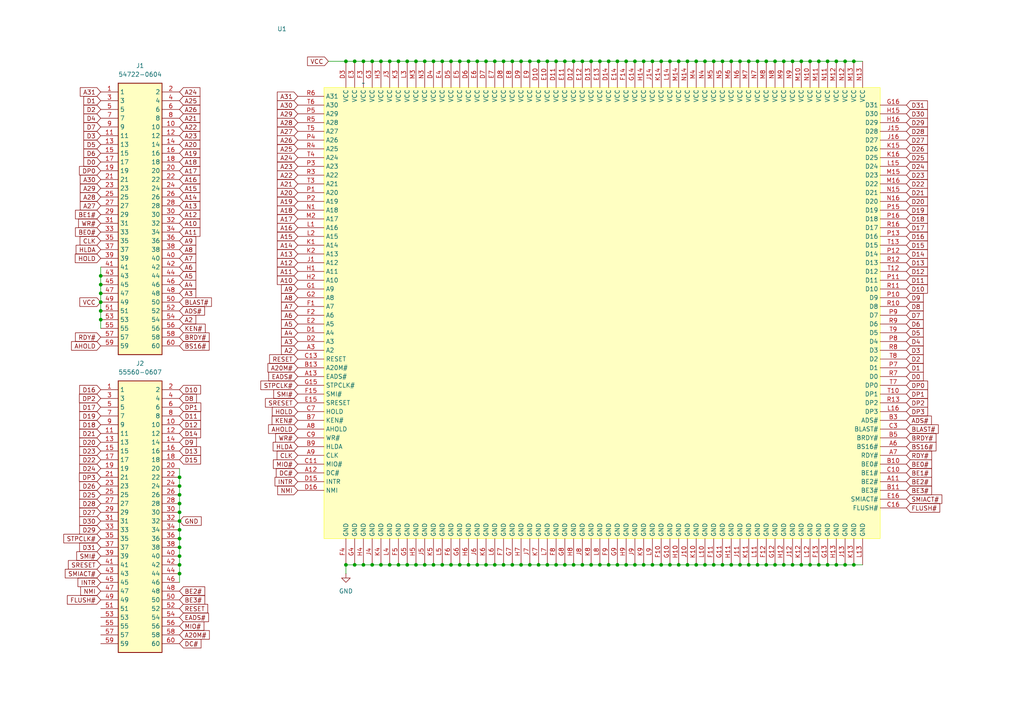
<source format=kicad_sch>
(kicad_sch (version 20250114) (generator "eeschema") (generator_version "9.0")
  (paper "A4")
  (junction (at 143.51 17.78))
  (junction (at 196.85 17.78))
  (junction (at 52.07 153.67))
  (junction (at 29.21 90.17))
  (junction (at 163.83 163.83))
  (junction (at 29.21 82.55))
  (junction (at 29.21 92.71))
  (junction (at 120.65 17.78))
  (junction (at 222.25 17.78))
  (junction (at 186.69 163.83))
  (junction (at 107.95 163.83))
  (junction (at 214.63 17.78))
  (junction (at 123.19 163.83))
  (junction (at 29.21 85.09))
  (junction (at 234.95 17.78))
  (junction (at 125.73 17.78))
  (junction (at 217.17 163.83))
  (junction (at 186.69 17.78))
  (junction (at 196.85 163.83))
  (junction (at 107.95 17.78))
  (junction (at 148.59 163.83))
  (junction (at 227.33 163.83))
  (junction (at 52.07 156.21))
  (junction (at 247.65 17.78))
  (junction (at 234.95 163.83))
  (junction (at 105.41 163.83))
  (junction (at 184.15 163.83))
  (junction (at 207.01 163.83))
  (junction (at 143.51 163.83))
  (junction (at 156.21 163.83))
  (junction (at 120.65 163.83))
  (junction (at 29.21 87.63))
  (junction (at 113.03 163.83))
  (junction (at 199.39 17.78))
  (junction (at 219.71 163.83))
  (junction (at 153.67 17.78))
  (junction (at 115.57 163.83))
  (junction (at 158.75 17.78))
  (junction (at 100.33 163.83))
  (junction (at 224.79 163.83))
  (junction (at 242.57 163.83))
  (junction (at 105.41 17.78))
  (junction (at 123.19 17.78))
  (junction (at 191.77 163.83))
  (junction (at 52.07 161.29))
  (junction (at 219.71 17.78))
  (junction (at 133.35 17.78))
  (junction (at 212.09 17.78))
  (junction (at 148.59 17.78))
  (junction (at 222.25 163.83))
  (junction (at 102.87 163.83))
  (junction (at 229.87 163.83))
  (junction (at 240.03 17.78))
  (junction (at 201.93 17.78))
  (junction (at 176.53 163.83))
  (junction (at 130.81 17.78))
  (junction (at 237.49 17.78))
  (junction (at 140.97 163.83))
  (junction (at 189.23 17.78))
  (junction (at 52.07 158.75))
  (junction (at 166.37 163.83))
  (junction (at 128.27 17.78))
  (junction (at 130.81 163.83))
  (junction (at 199.39 163.83))
  (junction (at 173.99 163.83))
  (junction (at 207.01 17.78))
  (junction (at 212.09 163.83))
  (junction (at 176.53 17.78))
  (junction (at 217.17 17.78))
  (junction (at 209.55 17.78))
  (junction (at 166.37 17.78))
  (junction (at 110.49 17.78))
  (junction (at 179.07 17.78))
  (junction (at 194.31 17.78))
  (junction (at 171.45 163.83))
  (junction (at 173.99 17.78))
  (junction (at 232.41 17.78))
  (junction (at 133.35 163.83))
  (junction (at 209.55 163.83))
  (junction (at 52.07 163.83))
  (junction (at 29.21 80.01))
  (junction (at 229.87 17.78))
  (junction (at 52.07 143.51))
  (junction (at 181.61 17.78))
  (junction (at 247.65 163.83))
  (junction (at 179.07 163.83))
  (junction (at 163.83 17.78))
  (junction (at 118.11 163.83))
  (junction (at 125.73 163.83))
  (junction (at 184.15 17.78))
  (junction (at 100.33 17.78))
  (junction (at 52.07 148.59))
  (junction (at 194.31 163.83))
  (junction (at 118.11 17.78))
  (junction (at 214.63 163.83))
  (junction (at 52.07 166.37))
  (junction (at 227.33 17.78))
  (junction (at 204.47 17.78))
  (junction (at 168.91 17.78))
  (junction (at 245.11 163.83))
  (junction (at 171.45 17.78))
  (junction (at 156.21 17.78))
  (junction (at 113.03 17.78))
  (junction (at 158.75 163.83))
  (junction (at 135.89 17.78))
  (junction (at 135.89 163.83))
  (junction (at 191.77 17.78))
  (junction (at 240.03 163.83))
  (junction (at 128.27 163.83))
  (junction (at 201.93 163.83))
  (junction (at 115.57 17.78))
  (junction (at 189.23 163.83))
  (junction (at 146.05 17.78))
  (junction (at 161.29 17.78))
  (junction (at 181.61 163.83))
  (junction (at 153.67 163.83))
  (junction (at 232.41 163.83))
  (junction (at 52.07 138.43))
  (junction (at 52.07 140.97))
  (junction (at 52.07 146.05))
  (junction (at 138.43 17.78))
  (junction (at 224.79 17.78))
  (junction (at 102.87 17.78))
  (junction (at 110.49 163.83))
  (junction (at 237.49 163.83))
  (junction (at 52.07 151.13))
  (junction (at 138.43 163.83))
  (junction (at 151.13 163.83))
  (junction (at 161.29 163.83))
  (junction (at 140.97 17.78))
  (junction (at 146.05 163.83))
  (junction (at 242.57 17.78))
  (junction (at 168.91 163.83))
  (junction (at 204.47 163.83))
  (junction (at 245.11 17.78))
  (junction (at 151.13 17.78))
  (wire (pts (xy 158.75 17.78) (xy 161.29 17.78)))
  (wire (pts (xy 234.95 17.78) (xy 237.49 17.78)))
  (wire (pts (xy 105.41 17.78) (xy 107.95 17.78)))
  (wire (pts (xy 143.51 163.83) (xy 146.05 163.83)))
  (wire (pts (xy 138.43 163.83) (xy 140.97 163.83)))
  (wire (pts (xy 125.73 17.78) (xy 128.27 17.78)))
  (wire (pts (xy 120.65 17.78) (xy 123.19 17.78)))
  (wire (pts (xy 110.49 163.83) (xy 113.03 163.83)))
  (wire (pts (xy 29.21 92.71) (xy 29.21 95.25)))
  (wire (pts (xy 171.45 17.78) (xy 173.99 17.78)))
  (wire (pts (xy 29.21 77.47) (xy 29.21 80.01)))
  (wire (pts (xy 115.57 17.78) (xy 118.11 17.78)))
  (wire (pts (xy 245.11 17.78) (xy 247.65 17.78)))
  (wire (pts (xy 100.33 163.83) (xy 100.33 166.37)))
  (wire (pts (xy 166.37 17.78) (xy 168.91 17.78)))
  (wire (pts (xy 204.47 17.78) (xy 207.01 17.78)))
  (wire (pts (xy 242.57 17.78) (xy 245.11 17.78)))
  (wire (pts (xy 247.65 163.83) (xy 250.19 163.83)))
  (wire (pts (xy 227.33 17.78) (xy 229.87 17.78)))
  (wire (pts (xy 207.01 17.78) (xy 209.55 17.78)))
  (wire (pts (xy 52.07 166.37) (xy 52.07 168.91)))
  (wire (pts (xy 140.97 163.83) (xy 143.51 163.83)))
  (wire (pts (xy 173.99 163.83) (xy 176.53 163.83)))
  (wire (pts (xy 158.75 163.83) (xy 161.29 163.83)))
  (wire (pts (xy 128.27 163.83) (xy 130.81 163.83)))
  (wire (pts (xy 161.29 163.83) (xy 163.83 163.83)))
  (wire (pts (xy 186.69 163.83) (xy 189.23 163.83)))
  (wire (pts (xy 52.07 161.29) (xy 52.07 163.83)))
  (wire (pts (xy 201.93 17.78) (xy 204.47 17.78)))
  (wire (pts (xy 148.59 163.83) (xy 151.13 163.83)))
  (wire (pts (xy 176.53 17.78) (xy 179.07 17.78)))
  (wire (pts (xy 207.01 163.83) (xy 209.55 163.83)))
  (wire (pts (xy 102.87 17.78) (xy 105.41 17.78)))
  (wire (pts (xy 234.95 163.83) (xy 237.49 163.83)))
  (wire (pts (xy 204.47 163.83) (xy 207.01 163.83)))
  (wire (pts (xy 224.79 17.78) (xy 227.33 17.78)))
  (wire (pts (xy 29.21 80.01) (xy 29.21 82.55)))
  (wire (pts (xy 181.61 163.83) (xy 184.15 163.83)))
  (wire (pts (xy 232.41 163.83) (xy 234.95 163.83)))
  (wire (pts (xy 163.83 163.83) (xy 166.37 163.83)))
  (wire (pts (xy 179.07 163.83) (xy 181.61 163.83)))
  (wire (pts (xy 219.71 17.78) (xy 222.25 17.78)))
  (wire (pts (xy 163.83 17.78) (xy 166.37 17.78)))
  (wire (pts (xy 222.25 17.78) (xy 224.79 17.78)))
  (wire (pts (xy 151.13 163.83) (xy 153.67 163.83)))
  (wire (pts (xy 184.15 17.78) (xy 186.69 17.78)))
  (wire (pts (xy 153.67 17.78) (xy 156.21 17.78)))
  (wire (pts (xy 176.53 163.83) (xy 179.07 163.83)))
  (wire (pts (xy 29.21 90.17) (xy 29.21 92.71)))
  (wire (pts (xy 171.45 163.83) (xy 173.99 163.83)))
  (wire (pts (xy 245.11 163.83) (xy 247.65 163.83)))
  (wire (pts (xy 237.49 17.78) (xy 240.03 17.78)))
  (wire (pts (xy 52.07 156.21) (xy 52.07 158.75)))
  (wire (pts (xy 181.61 17.78) (xy 184.15 17.78)))
  (wire (pts (xy 102.87 163.83) (xy 105.41 163.83)))
  (wire (pts (xy 232.41 17.78) (xy 234.95 17.78)))
  (wire (pts (xy 156.21 163.83) (xy 158.75 163.83)))
  (wire (pts (xy 199.39 17.78) (xy 201.93 17.78)))
  (wire (pts (xy 118.11 163.83) (xy 120.65 163.83)))
  (wire (pts (xy 209.55 163.83) (xy 212.09 163.83)))
  (wire (pts (xy 52.07 158.75) (xy 52.07 161.29)))
  (wire (pts (xy 191.77 163.83) (xy 194.31 163.83)))
  (wire (pts (xy 168.91 163.83) (xy 171.45 163.83)))
  (wire (pts (xy 130.81 17.78) (xy 133.35 17.78)))
  (wire (pts (xy 186.69 17.78) (xy 189.23 17.78)))
  (wire (pts (xy 240.03 163.83) (xy 242.57 163.83)))
  (wire (pts (xy 52.07 151.13) (xy 52.07 153.67)))
  (wire (pts (xy 242.57 163.83) (xy 245.11 163.83)))
  (wire (pts (xy 194.31 17.78) (xy 196.85 17.78)))
  (wire (pts (xy 100.33 17.78) (xy 102.87 17.78)))
  (wire (pts (xy 212.09 163.83) (xy 214.63 163.83)))
  (wire (pts (xy 107.95 163.83) (xy 110.49 163.83)))
  (wire (pts (xy 135.89 17.78) (xy 138.43 17.78)))
  (wire (pts (xy 184.15 163.83) (xy 186.69 163.83)))
  (wire (pts (xy 128.27 17.78) (xy 130.81 17.78)))
  (wire (pts (xy 130.81 163.83) (xy 133.35 163.83)))
  (wire (pts (xy 52.07 140.97) (xy 52.07 143.51)))
  (wire (pts (xy 191.77 17.78) (xy 194.31 17.78)))
  (wire (pts (xy 52.07 153.67) (xy 52.07 156.21)))
  (wire (pts (xy 140.97 17.78) (xy 143.51 17.78)))
  (wire (pts (xy 166.37 163.83) (xy 168.91 163.83)))
  (wire (pts (xy 29.21 85.09) (xy 29.21 87.63)))
  (wire (pts (xy 224.79 163.83) (xy 227.33 163.83)))
  (wire (pts (xy 135.89 163.83) (xy 138.43 163.83)))
  (wire (pts (xy 151.13 17.78) (xy 153.67 17.78)))
  (wire (pts (xy 95.25 17.78) (xy 100.33 17.78)))
  (wire (pts (xy 212.09 17.78) (xy 214.63 17.78)))
  (wire (pts (xy 229.87 163.83) (xy 232.41 163.83)))
  (wire (pts (xy 201.93 163.83) (xy 204.47 163.83)))
  (wire (pts (xy 105.41 163.83) (xy 107.95 163.83)))
  (wire (pts (xy 196.85 17.78) (xy 199.39 17.78)))
  (wire (pts (xy 173.99 17.78) (xy 176.53 17.78)))
  (wire (pts (xy 148.59 17.78) (xy 151.13 17.78)))
  (wire (pts (xy 146.05 17.78) (xy 148.59 17.78)))
  (wire (pts (xy 52.07 143.51) (xy 52.07 146.05)))
  (wire (pts (xy 196.85 163.83) (xy 199.39 163.83)))
  (wire (pts (xy 52.07 163.83) (xy 52.07 166.37)))
  (wire (pts (xy 52.07 135.89) (xy 52.07 138.43)))
  (wire (pts (xy 247.65 17.78) (xy 250.19 17.78)))
  (wire (pts (xy 229.87 17.78) (xy 232.41 17.78)))
  (wire (pts (xy 194.31 163.83) (xy 196.85 163.83)))
  (wire (pts (xy 240.03 17.78) (xy 242.57 17.78)))
  (wire (pts (xy 179.07 17.78) (xy 181.61 17.78)))
  (wire (pts (xy 110.49 17.78) (xy 113.03 17.78)))
  (wire (pts (xy 222.25 163.83) (xy 224.79 163.83)))
  (wire (pts (xy 138.43 17.78) (xy 140.97 17.78)))
  (wire (pts (xy 168.91 17.78) (xy 171.45 17.78)))
  (wire (pts (xy 113.03 163.83) (xy 115.57 163.83)))
  (wire (pts (xy 153.67 163.83) (xy 156.21 163.83)))
  (wire (pts (xy 217.17 17.78) (xy 219.71 17.78)))
  (wire (pts (xy 123.19 163.83) (xy 125.73 163.83)))
  (wire (pts (xy 29.21 82.55) (xy 29.21 85.09)))
  (wire (pts (xy 219.71 163.83) (xy 222.25 163.83)))
  (wire (pts (xy 161.29 17.78) (xy 163.83 17.78)))
  (wire (pts (xy 146.05 163.83) (xy 148.59 163.83)))
  (wire (pts (xy 214.63 163.83) (xy 217.17 163.83)))
  (wire (pts (xy 209.55 17.78) (xy 212.09 17.78)))
  (wire (pts (xy 217.17 163.83) (xy 219.71 163.83)))
  (wire (pts (xy 120.65 163.83) (xy 123.19 163.83)))
  (wire (pts (xy 189.23 163.83) (xy 191.77 163.83)))
  (wire (pts (xy 118.11 17.78) (xy 120.65 17.78)))
  (wire (pts (xy 52.07 148.59) (xy 52.07 151.13)))
  (wire (pts (xy 100.33 163.83) (xy 102.87 163.83)))
  (wire (pts (xy 199.39 163.83) (xy 201.93 163.83)))
  (wire (pts (xy 113.03 17.78) (xy 115.57 17.78)))
  (wire (pts (xy 52.07 146.05) (xy 52.07 148.59)))
  (wire (pts (xy 133.35 17.78) (xy 135.89 17.78)))
  (wire (pts (xy 189.23 17.78) (xy 191.77 17.78)))
  (wire (pts (xy 227.33 163.83) (xy 229.87 163.83)))
  (wire (pts (xy 237.49 163.83) (xy 240.03 163.83)))
  (wire (pts (xy 133.35 163.83) (xy 135.89 163.83)))
  (wire (pts (xy 214.63 17.78) (xy 217.17 17.78)))
  (wire (pts (xy 115.57 163.83) (xy 118.11 163.83)))
  (wire (pts (xy 156.21 17.78) (xy 158.75 17.78)))
  (wire (pts (xy 143.51 17.78) (xy 146.05 17.78)))
  (wire (pts (xy 29.21 87.63) (xy 29.21 90.17)))
  (wire (pts (xy 123.19 17.78) (xy 125.73 17.78)))
  (wire (pts (xy 52.07 138.43) (xy 52.07 140.97)))
  (wire (pts (xy 125.73 163.83) (xy 128.27 163.83)))
  (wire (pts (xy 107.95 17.78) (xy 110.49 17.78)))
  (global_label "D13" (shape input) (at 262.89 76.2 0) (property "Intersheetrefs" "${INTERSHEET_REFS}" (effects (hide yes))))
  (global_label "DC#" (shape input) (at 86.36 137.16 180) (property "Intersheetrefs" "${INTERSHEET_REFS}" (effects (hide yes))))
  (global_label "D7" (shape input) (at 262.89 91.44 0) (property "Intersheetrefs" "${INTERSHEET_REFS}" (effects (hide yes))))
  (global_label "D16" (shape input) (at 262.89 68.58 0) (property "Intersheetrefs" "${INTERSHEET_REFS}" (effects (hide yes))))
  (global_label "D14" (shape input) (at 52.07 125.73 0) (property "Intersheetrefs" "${INTERSHEET_REFS}" (effects (hide yes))))
  (global_label "A3" (shape input) (at 86.36 99.06 180) (property "Intersheetrefs" "${INTERSHEET_REFS}" (effects (hide yes))))
  (global_label "D3" (shape input) (at 29.21 39.37 180) (property "Intersheetrefs" "${INTERSHEET_REFS}" (effects (hide yes))))
  (global_label "A30" (shape input) (at 86.36 30.48 180) (property "Intersheetrefs" "${INTERSHEET_REFS}" (effects (hide yes))))
  (global_label "VCC" (shape input) (at 29.21 87.63 180) (property "Intersheetrefs" "${INTERSHEET_REFS}" (effects (hide yes))))
  (global_label "A15" (shape input) (at 86.36 68.58 180) (property "Intersheetrefs" "${INTERSHEET_REFS}" (effects (hide yes))))
  (global_label "A17" (shape input) (at 86.36 63.5 180) (property "Intersheetrefs" "${INTERSHEET_REFS}" (effects (hide yes))))
  (global_label "A13" (shape input) (at 86.36 73.66 180) (property "Intersheetrefs" "${INTERSHEET_REFS}" (effects (hide yes))))
  (global_label "D6" (shape input) (at 262.89 93.98 0) (property "Intersheetrefs" "${INTERSHEET_REFS}" (effects (hide yes))))
  (global_label "A31" (shape input) (at 86.36 27.94 180) (property "Intersheetrefs" "${INTERSHEET_REFS}" (effects (hide yes))))
  (global_label "D4" (shape input) (at 262.89 99.06 0) (property "Intersheetrefs" "${INTERSHEET_REFS}" (effects (hide yes))))
  (global_label "D5" (shape input) (at 29.21 41.91 180) (property "Intersheetrefs" "${INTERSHEET_REFS}" (effects (hide yes))))
  (global_label "D7" (shape input) (at 29.21 36.83 180) (property "Intersheetrefs" "${INTERSHEET_REFS}" (effects (hide yes))))
  (global_label "D28" (shape input) (at 29.21 146.05 180) (property "Intersheetrefs" "${INTERSHEET_REFS}" (effects (hide yes))))
  (global_label "BS16#" (shape input) (at 262.89 129.54 0) (property "Intersheetrefs" "${INTERSHEET_REFS}" (effects (hide yes))))
  (global_label "A18" (shape input) (at 86.36 60.96 180) (property "Intersheetrefs" "${INTERSHEET_REFS}" (effects (hide yes))))
  (global_label "DP0" (shape input) (at 262.89 111.76 0) (property "Intersheetrefs" "${INTERSHEET_REFS}" (effects (hide yes))))
  (global_label "A31" (shape input) (at 29.21 26.67 180) (property "Intersheetrefs" "${INTERSHEET_REFS}" (effects (hide yes))))
  (global_label "A24" (shape input) (at 86.36 45.72 180) (property "Intersheetrefs" "${INTERSHEET_REFS}" (effects (hide yes))))
  (global_label "D30" (shape input) (at 262.89 33.02 0) (property "Intersheetrefs" "${INTERSHEET_REFS}" (effects (hide yes))))
  (global_label "D9" (shape input) (at 262.89 86.36 0) (property "Intersheetrefs" "${INTERSHEET_REFS}" (effects (hide yes))))
  (global_label "D4" (shape input) (at 29.21 34.29 180) (property "Intersheetrefs" "${INTERSHEET_REFS}" (effects (hide yes))))
  (global_label "D16" (shape input) (at 29.21 113.03 180) (property "Intersheetrefs" "${INTERSHEET_REFS}" (effects (hide yes))))
  (global_label "HOLD" (shape input) (at 86.36 119.38 180) (property "Intersheetrefs" "${INTERSHEET_REFS}" (effects (hide yes))))
  (global_label "A29" (shape input) (at 29.21 54.61 180) (property "Intersheetrefs" "${INTERSHEET_REFS}" (effects (hide yes))))
  (global_label "A10" (shape input) (at 52.07 64.77 0) (property "Intersheetrefs" "${INTERSHEET_REFS}" (effects (hide yes))))
  (global_label "D27" (shape input) (at 29.21 148.59 180) (property "Intersheetrefs" "${INTERSHEET_REFS}" (effects (hide yes))))
  (global_label "SMI#" (shape input) (at 86.36 114.3 180) (property "Intersheetrefs" "${INTERSHEET_REFS}" (effects (hide yes))))
  (global_label "BE3#" (shape input) (at 52.07 173.99 0) (property "Intersheetrefs" "${INTERSHEET_REFS}" (effects (hide yes))))
  (global_label "A7" (shape input) (at 86.36 88.9 180) (property "Intersheetrefs" "${INTERSHEET_REFS}" (effects (hide yes))))
  (global_label "D18" (shape input) (at 29.21 123.19 180) (property "Intersheetrefs" "${INTERSHEET_REFS}" (effects (hide yes))))
  (global_label "D26" (shape input) (at 29.21 140.97 180) (property "Intersheetrefs" "${INTERSHEET_REFS}" (effects (hide yes))))
  (global_label "A14" (shape input) (at 86.36 71.12 180) (property "Intersheetrefs" "${INTERSHEET_REFS}" (effects (hide yes))))
  (global_label "WR#" (shape input) (at 29.21 64.77 180) (property "Intersheetrefs" "${INTERSHEET_REFS}" (effects (hide yes))))
  (global_label "A21" (shape input) (at 52.07 34.29 0) (property "Intersheetrefs" "${INTERSHEET_REFS}" (effects (hide yes))))
  (global_label "MIO#" (shape input) (at 86.36 134.62 180) (property "Intersheetrefs" "${INTERSHEET_REFS}" (effects (hide yes))))
  (global_label "D20" (shape input) (at 29.21 128.27 180) (property "Intersheetrefs" "${INTERSHEET_REFS}" (effects (hide yes))))
  (global_label "STPCLK#" (shape input) (at 29.21 156.21 180) (property "Intersheetrefs" "${INTERSHEET_REFS}" (effects (hide yes))))
  (global_label "DP1" (shape input) (at 262.89 114.3 0) (property "Intersheetrefs" "${INTERSHEET_REFS}" (effects (hide yes))))
  (global_label "D29" (shape input) (at 29.21 153.67 180) (property "Intersheetrefs" "${INTERSHEET_REFS}" (effects (hide yes))))
  (global_label "D10" (shape input) (at 262.89 83.82 0) (property "Intersheetrefs" "${INTERSHEET_REFS}" (effects (hide yes))))
  (global_label "D0" (shape input) (at 29.21 46.99 180) (property "Intersheetrefs" "${INTERSHEET_REFS}" (effects (hide yes))))
  (global_label "A22" (shape input) (at 86.36 50.8 180) (property "Intersheetrefs" "${INTERSHEET_REFS}" (effects (hide yes))))
  (global_label "MIO#" (shape input) (at 52.07 181.61 0) (property "Intersheetrefs" "${INTERSHEET_REFS}" (effects (hide yes))))
  (global_label "A6" (shape input) (at 52.07 77.47 0) (property "Intersheetrefs" "${INTERSHEET_REFS}" (effects (hide yes))))
  (global_label "A15" (shape input) (at 52.07 54.61 0) (property "Intersheetrefs" "${INTERSHEET_REFS}" (effects (hide yes))))
  (global_label "D0" (shape input) (at 262.89 109.22 0) (property "Intersheetrefs" "${INTERSHEET_REFS}" (effects (hide yes))))
  (global_label "A9" (shape input) (at 52.07 69.85 0) (property "Intersheetrefs" "${INTERSHEET_REFS}" (effects (hide yes))))
  (global_label "A20" (shape input) (at 52.07 41.91 0) (property "Intersheetrefs" "${INTERSHEET_REFS}" (effects (hide yes))))
  (global_label "D2" (shape input) (at 262.89 104.14 0) (property "Intersheetrefs" "${INTERSHEET_REFS}" (effects (hide yes))))
  (global_label "A12" (shape input) (at 86.36 76.2 180) (property "Intersheetrefs" "${INTERSHEET_REFS}" (effects (hide yes))))
  (global_label "A12" (shape input) (at 52.07 62.23 0) (property "Intersheetrefs" "${INTERSHEET_REFS}" (effects (hide yes))))
  (global_label "D29" (shape input) (at 262.89 35.56 0) (property "Intersheetrefs" "${INTERSHEET_REFS}" (effects (hide yes))))
  (global_label "D31" (shape input) (at 262.89 30.48 0) (property "Intersheetrefs" "${INTERSHEET_REFS}" (effects (hide yes))))
  (global_label "A4" (shape input) (at 52.07 82.55 0) (property "Intersheetrefs" "${INTERSHEET_REFS}" (effects (hide yes))))
  (global_label "D5" (shape input) (at 262.89 96.52 0) (property "Intersheetrefs" "${INTERSHEET_REFS}" (effects (hide yes))))
  (global_label "BE0#" (shape input) (at 29.21 67.31 180) (property "Intersheetrefs" "${INTERSHEET_REFS}" (effects (hide yes))))
  (global_label "NMI" (shape input) (at 86.36 142.24 180) (property "Intersheetrefs" "${INTERSHEET_REFS}" (effects (hide yes))))
  (global_label "D25" (shape input) (at 262.89 45.72 0) (property "Intersheetrefs" "${INTERSHEET_REFS}" (effects (hide yes))))
  (global_label "D23" (shape input) (at 262.89 50.8 0) (property "Intersheetrefs" "${INTERSHEET_REFS}" (effects (hide yes))))
  (global_label "A25" (shape input) (at 52.07 29.21 0) (property "Intersheetrefs" "${INTERSHEET_REFS}" (effects (hide yes))))
  (global_label "A21" (shape input) (at 86.36 53.34 180) (property "Intersheetrefs" "${INTERSHEET_REFS}" (effects (hide yes))))
  (global_label "BRDY#" (shape input) (at 52.07 97.79 0) (property "Intersheetrefs" "${INTERSHEET_REFS}" (effects (hide yes))))
  (global_label "NMI" (shape input) (at 29.21 171.45 180) (property "Intersheetrefs" "${INTERSHEET_REFS}" (effects (hide yes))))
  (global_label "A9" (shape input) (at 86.36 83.82 180) (property "Intersheetrefs" "${INTERSHEET_REFS}" (effects (hide yes))))
  (global_label "RESET" (shape input) (at 52.07 176.53 0) (property "Intersheetrefs" "${INTERSHEET_REFS}" (effects (hide yes))))
  (global_label "A2" (shape input) (at 52.07 92.71 0) (property "Intersheetrefs" "${INTERSHEET_REFS}" (effects (hide yes))))
  (global_label "A11" (shape input) (at 86.36 78.74 180) (property "Intersheetrefs" "${INTERSHEET_REFS}" (effects (hide yes))))
  (global_label "BLAST#" (shape input) (at 52.07 87.63 0) (property "Intersheetrefs" "${INTERSHEET_REFS}" (effects (hide yes))))
  (global_label "A7" (shape input) (at 52.07 74.93 0) (property "Intersheetrefs" "${INTERSHEET_REFS}" (effects (hide yes))))
  (global_label "D18" (shape input) (at 262.89 63.5 0) (property "Intersheetrefs" "${INTERSHEET_REFS}" (effects (hide yes))))
  (global_label "A27" (shape input) (at 29.21 59.69 180) (property "Intersheetrefs" "${INTERSHEET_REFS}" (effects (hide yes))))
  (global_label "D21" (shape input) (at 262.89 55.88 0) (property "Intersheetrefs" "${INTERSHEET_REFS}" (effects (hide yes))))
  (global_label "D12" (shape input) (at 52.07 123.19 0) (property "Intersheetrefs" "${INTERSHEET_REFS}" (effects (hide yes))))
  (global_label "ADS#" (shape input) (at 262.89 121.92 0) (property "Intersheetrefs" "${INTERSHEET_REFS}" (effects (hide yes))))
  (global_label "A28" (shape input) (at 29.21 57.15 180) (property "Intersheetrefs" "${INTERSHEET_REFS}" (effects (hide yes))))
  (global_label "A23" (shape input) (at 86.36 48.26 180) (property "Intersheetrefs" "${INTERSHEET_REFS}" (effects (hide yes))))
  (global_label "VCC" (shape input) (at 95.25 17.78 180) (property "Intersheetrefs" "${INTERSHEET_REFS}" (effects (hide yes))))
  (global_label "A26" (shape input) (at 52.07 31.75 0) (property "Intersheetrefs" "${INTERSHEET_REFS}" (effects (hide yes))))
  (global_label "A10" (shape input) (at 86.36 81.28 180) (property "Intersheetrefs" "${INTERSHEET_REFS}" (effects (hide yes))))
  (global_label "A26" (shape input) (at 86.36 40.64 180) (property "Intersheetrefs" "${INTERSHEET_REFS}" (effects (hide yes))))
  (global_label "HOLD" (shape input) (at 29.21 74.93 180) (property "Intersheetrefs" "${INTERSHEET_REFS}" (effects (hide yes))))
  (global_label "DP2" (shape input) (at 29.21 115.57 180) (property "Intersheetrefs" "${INTERSHEET_REFS}" (effects (hide yes))))
  (global_label "BE0#" (shape input) (at 262.89 134.62 0) (property "Intersheetrefs" "${INTERSHEET_REFS}" (effects (hide yes))))
  (global_label "D17" (shape input) (at 29.21 118.11 180) (property "Intersheetrefs" "${INTERSHEET_REFS}" (effects (hide yes))))
  (global_label "D17" (shape input) (at 262.89 66.04 0) (property "Intersheetrefs" "${INTERSHEET_REFS}" (effects (hide yes))))
  (global_label "BE3#" (shape input) (at 262.89 142.24 0) (property "Intersheetrefs" "${INTERSHEET_REFS}" (effects (hide yes))))
  (global_label "A23" (shape input) (at 52.07 39.37 0) (property "Intersheetrefs" "${INTERSHEET_REFS}" (effects (hide yes))))
  (global_label "FLUSH#" (shape input) (at 262.89 147.32 0) (property "Intersheetrefs" "${INTERSHEET_REFS}" (effects (hide yes))))
  (global_label "DP0" (shape input) (at 29.21 49.53 180) (property "Intersheetrefs" "${INTERSHEET_REFS}" (effects (hide yes))))
  (global_label "D9" (shape input) (at 52.07 128.27 0) (property "Intersheetrefs" "${INTERSHEET_REFS}" (effects (hide yes))))
  (global_label "A19" (shape input) (at 52.07 44.45 0) (property "Intersheetrefs" "${INTERSHEET_REFS}" (effects (hide yes))))
  (global_label "KEN#" (shape input) (at 86.36 121.92 180) (property "Intersheetrefs" "${INTERSHEET_REFS}" (effects (hide yes))))
  (global_label "BE2#" (shape input) (at 52.07 171.45 0) (property "Intersheetrefs" "${INTERSHEET_REFS}" (effects (hide yes))))
  (global_label "DP1" (shape input) (at 52.07 118.11 0) (property "Intersheetrefs" "${INTERSHEET_REFS}" (effects (hide yes))))
  (global_label "STPCLK#" (shape input) (at 86.36 111.76 180) (property "Intersheetrefs" "${INTERSHEET_REFS}" (effects (hide yes))))
  (global_label "A3" (shape input) (at 52.07 85.09 0) (property "Intersheetrefs" "${INTERSHEET_REFS}" (effects (hide yes))))
  (global_label "A29" (shape input) (at 86.36 33.02 180) (property "Intersheetrefs" "${INTERSHEET_REFS}" (effects (hide yes))))
  (global_label "GND" (shape input) (at 52.07 151.13 0) (property "Intersheetrefs" "${INTERSHEET_REFS}" (effects (hide yes))))
  (global_label "SRESET" (shape input) (at 86.36 116.84 180) (property "Intersheetrefs" "${INTERSHEET_REFS}" (effects (hide yes))))
  (global_label "A19" (shape input) (at 86.36 58.42 180) (property "Intersheetrefs" "${INTERSHEET_REFS}" (effects (hide yes))))
  (global_label "D30" (shape input) (at 29.21 151.13 180) (property "Intersheetrefs" "${INTERSHEET_REFS}" (effects (hide yes))))
  (global_label "A27" (shape input) (at 86.36 38.1 180) (property "Intersheetrefs" "${INTERSHEET_REFS}" (effects (hide yes))))
  (global_label "D26" (shape input) (at 262.89 43.18 0) (property "Intersheetrefs" "${INTERSHEET_REFS}" (effects (hide yes))))
  (global_label "AHOLD" (shape input) (at 29.21 100.33 180) (property "Intersheetrefs" "${INTERSHEET_REFS}" (effects (hide yes))))
  (global_label "ADS#" (shape input) (at 52.07 90.17 0) (property "Intersheetrefs" "${INTERSHEET_REFS}" (effects (hide yes))))
  (global_label "A20M#" (shape input) (at 86.36 106.68 180) (property "Intersheetrefs" "${INTERSHEET_REFS}" (effects (hide yes))))
  (global_label "BRDY#" (shape input) (at 262.89 127 0) (property "Intersheetrefs" "${INTERSHEET_REFS}" (effects (hide yes))))
  (global_label "A30" (shape input) (at 29.21 52.07 180) (property "Intersheetrefs" "${INTERSHEET_REFS}" (effects (hide yes))))
  (global_label "D22" (shape input) (at 262.89 53.34 0) (property "Intersheetrefs" "${INTERSHEET_REFS}" (effects (hide yes))))
  (global_label "DP3" (shape input) (at 29.21 138.43 180) (property "Intersheetrefs" "${INTERSHEET_REFS}" (effects (hide yes))))
  (global_label "A16" (shape input) (at 86.36 66.04 180) (property "Intersheetrefs" "${INTERSHEET_REFS}" (effects (hide yes))))
  (global_label "WR#" (shape input) (at 86.36 127 180) (property "Intersheetrefs" "${INTERSHEET_REFS}" (effects (hide yes))))
  (global_label "DP2" (shape input) (at 262.89 116.84 0) (property "Intersheetrefs" "${INTERSHEET_REFS}" (effects (hide yes))))
  (global_label "KEN#" (shape input) (at 52.07 95.25 0) (property "Intersheetrefs" "${INTERSHEET_REFS}" (effects (hide yes))))
  (global_label "A13" (shape input) (at 52.07 59.69 0) (property "Intersheetrefs" "${INTERSHEET_REFS}" (effects (hide yes))))
  (global_label "D1" (shape input) (at 29.21 29.21 180) (property "Intersheetrefs" "${INTERSHEET_REFS}" (effects (hide yes))))
  (global_label "A4" (shape input) (at 86.36 96.52 180) (property "Intersheetrefs" "${INTERSHEET_REFS}" (effects (hide yes))))
  (global_label "A5" (shape input) (at 52.07 80.01 0) (property "Intersheetrefs" "${INTERSHEET_REFS}" (effects (hide yes))))
  (global_label "DC#" (shape input) (at 52.07 186.69 0) (property "Intersheetrefs" "${INTERSHEET_REFS}" (effects (hide yes))))
  (global_label "A20" (shape input) (at 86.36 55.88 180) (property "Intersheetrefs" "${INTERSHEET_REFS}" (effects (hide yes))))
  (global_label "INTR" (shape input) (at 29.21 168.91 180) (property "Intersheetrefs" "${INTERSHEET_REFS}" (effects (hide yes))))
  (global_label "A8" (shape input) (at 52.07 72.39 0) (property "Intersheetrefs" "${INTERSHEET_REFS}" (effects (hide yes))))
  (global_label "RESET" (shape input) (at 86.36 104.14 180) (property "Intersheetrefs" "${INTERSHEET_REFS}" (effects (hide yes))))
  (global_label "A16" (shape input) (at 52.07 52.07 0) (property "Intersheetrefs" "${INTERSHEET_REFS}" (effects (hide yes))))
  (global_label "A24" (shape input) (at 52.07 26.67 0) (property "Intersheetrefs" "${INTERSHEET_REFS}" (effects (hide yes))))
  (global_label "A25" (shape input) (at 86.36 43.18 180) (property "Intersheetrefs" "${INTERSHEET_REFS}" (effects (hide yes))))
  (global_label "CLK" (shape input) (at 29.21 69.85 180) (property "Intersheetrefs" "${INTERSHEET_REFS}" (effects (hide yes))))
  (global_label "EADS#" (shape input) (at 52.07 179.07 0) (property "Intersheetrefs" "${INTERSHEET_REFS}" (effects (hide yes))))
  (global_label "RDY#" (shape input) (at 29.21 97.79 180) (property "Intersheetrefs" "${INTERSHEET_REFS}" (effects (hide yes))))
  (global_label "D15" (shape input) (at 52.07 133.35 0) (property "Intersheetrefs" "${INTERSHEET_REFS}" (effects (hide yes))))
  (global_label "HLDA" (shape input) (at 29.21 72.39 180) (property "Intersheetrefs" "${INTERSHEET_REFS}" (effects (hide yes))))
  (global_label "AHOLD" (shape input) (at 86.36 124.46 180) (property "Intersheetrefs" "${INTERSHEET_REFS}" (effects (hide yes))))
  (global_label "D6" (shape input) (at 29.21 44.45 180) (property "Intersheetrefs" "${INTERSHEET_REFS}" (effects (hide yes))))
  (global_label "BE2#" (shape input) (at 262.89 139.7 0) (property "Intersheetrefs" "${INTERSHEET_REFS}" (effects (hide yes))))
  (global_label "D10" (shape input) (at 52.07 113.03 0) (property "Intersheetrefs" "${INTERSHEET_REFS}" (effects (hide yes))))
  (global_label "SRESET" (shape input) (at 29.21 163.83 180) (property "Intersheetrefs" "${INTERSHEET_REFS}" (effects (hide yes))))
  (global_label "D31" (shape input) (at 29.21 158.75 180) (property "Intersheetrefs" "${INTERSHEET_REFS}" (effects (hide yes))))
  (global_label "D13" (shape input) (at 52.07 130.81 0) (property "Intersheetrefs" "${INTERSHEET_REFS}" (effects (hide yes))))
  (global_label "D8" (shape input) (at 262.89 88.9 0) (property "Intersheetrefs" "${INTERSHEET_REFS}" (effects (hide yes))))
  (global_label "A11" (shape input) (at 52.07 67.31 0) (property "Intersheetrefs" "${INTERSHEET_REFS}" (effects (hide yes))))
  (global_label "A8" (shape input) (at 86.36 86.36 180) (property "Intersheetrefs" "${INTERSHEET_REFS}" (effects (hide yes))))
  (global_label "D25" (shape input) (at 29.21 143.51 180) (property "Intersheetrefs" "${INTERSHEET_REFS}" (effects (hide yes))))
  (global_label "D22" (shape input) (at 29.21 133.35 180) (property "Intersheetrefs" "${INTERSHEET_REFS}" (effects (hide yes))))
  (global_label "D11" (shape input) (at 262.89 81.28 0) (property "Intersheetrefs" "${INTERSHEET_REFS}" (effects (hide yes))))
  (global_label "BS16#" (shape input) (at 52.07 100.33 0) (property "Intersheetrefs" "${INTERSHEET_REFS}" (effects (hide yes))))
  (global_label "DP3" (shape input) (at 262.89 119.38 0) (property "Intersheetrefs" "${INTERSHEET_REFS}" (effects (hide yes))))
  (global_label "D12" (shape input) (at 262.89 78.74 0) (property "Intersheetrefs" "${INTERSHEET_REFS}" (effects (hide yes))))
  (global_label "A18" (shape input) (at 52.07 46.99 0) (property "Intersheetrefs" "${INTERSHEET_REFS}" (effects (hide yes))))
  (global_label "SMI#" (shape input) (at 29.21 161.29 180) (property "Intersheetrefs" "${INTERSHEET_REFS}" (effects (hide yes))))
  (global_label "FLUSH#" (shape input) (at 29.21 173.99 180) (property "Intersheetrefs" "${INTERSHEET_REFS}" (effects (hide yes))))
  (global_label "D21" (shape input) (at 29.21 125.73 180) (property "Intersheetrefs" "${INTERSHEET_REFS}" (effects (hide yes))))
  (global_label "D23" (shape input) (at 29.21 130.81 180) (property "Intersheetrefs" "${INTERSHEET_REFS}" (effects (hide yes))))
  (global_label "BLAST#" (shape input) (at 262.89 124.46 0) (property "Intersheetrefs" "${INTERSHEET_REFS}" (effects (hide yes))))
  (global_label "D27" (shape input) (at 262.89 40.64 0) (property "Intersheetrefs" "${INTERSHEET_REFS}" (effects (hide yes))))
  (global_label "INTR" (shape input) (at 86.36 139.7 180) (property "Intersheetrefs" "${INTERSHEET_REFS}" (effects (hide yes))))
  (global_label "D24" (shape input) (at 29.21 135.89 180) (property "Intersheetrefs" "${INTERSHEET_REFS}" (effects (hide yes))))
  (global_label "CLK" (shape input) (at 86.36 132.08 180) (property "Intersheetrefs" "${INTERSHEET_REFS}" (effects (hide yes))))
  (global_label "D28" (shape input) (at 262.89 38.1 0) (property "Intersheetrefs" "${INTERSHEET_REFS}" (effects (hide yes))))
  (global_label "HLDA" (shape input) (at 86.36 129.54 180) (property "Intersheetrefs" "${INTERSHEET_REFS}" (effects (hide yes))))
  (global_label "A28" (shape input) (at 86.36 35.56 180) (property "Intersheetrefs" "${INTERSHEET_REFS}" (effects (hide yes))))
  (global_label "BE1#" (shape input) (at 29.21 62.23 180) (property "Intersheetrefs" "${INTERSHEET_REFS}" (effects (hide yes))))
  (global_label "D14" (shape input) (at 262.89 73.66 0) (property "Intersheetrefs" "${INTERSHEET_REFS}" (effects (hide yes))))
  (global_label "A5" (shape input) (at 86.36 93.98 180) (property "Intersheetrefs" "${INTERSHEET_REFS}" (effects (hide yes))))
  (global_label "EADS#" (shape input) (at 86.36 109.22 180) (property "Intersheetrefs" "${INTERSHEET_REFS}" (effects (hide yes))))
  (global_label "D2" (shape input) (at 29.21 31.75 180) (property "Intersheetrefs" "${INTERSHEET_REFS}" (effects (hide yes))))
  (global_label "RDY#" (shape input) (at 262.89 132.08 0) (property "Intersheetrefs" "${INTERSHEET_REFS}" (effects (hide yes))))
  (global_label "A20M#" (shape input) (at 52.07 184.15 0) (property "Intersheetrefs" "${INTERSHEET_REFS}" (effects (hide yes))))
  (global_label "A17" (shape input) (at 52.07 49.53 0) (property "Intersheetrefs" "${INTERSHEET_REFS}" (effects (hide yes))))
  (global_label "D3" (shape input) (at 262.89 101.6 0) (property "Intersheetrefs" "${INTERSHEET_REFS}" (effects (hide yes))))
  (global_label "A14" (shape input) (at 52.07 57.15 0) (property "Intersheetrefs" "${INTERSHEET_REFS}" (effects (hide yes))))
  (global_label "D20" (shape input) (at 262.89 58.42 0) (property "Intersheetrefs" "${INTERSHEET_REFS}" (effects (hide yes))))
  (global_label "SMIACT#" (shape input) (at 262.89 144.78 0) (property "Intersheetrefs" "${INTERSHEET_REFS}" (effects (hide yes))))
  (global_label "D19" (shape input) (at 262.89 60.96 0) (property "Intersheetrefs" "${INTERSHEET_REFS}" (effects (hide yes))))
  (global_label "A2" (shape input) (at 86.36 101.6 180) (property "Intersheetrefs" "${INTERSHEET_REFS}" (effects (hide yes))))
  (global_label "D11" (shape input) (at 52.07 120.65 0) (property "Intersheetrefs" "${INTERSHEET_REFS}" (effects (hide yes))))
  (global_label "D15" (shape input) (at 262.89 71.12 0) (property "Intersheetrefs" "${INTERSHEET_REFS}" (effects (hide yes))))
  (global_label "D8" (shape input) (at 52.07 115.57 0) (property "Intersheetrefs" "${INTERSHEET_REFS}" (effects (hide yes))))
  (global_label "SMIACT#" (shape input) (at 29.21 166.37 180) (property "Intersheetrefs" "${INTERSHEET_REFS}" (effects (hide yes))))
  (global_label "D1" (shape input) (at 262.89 106.68 0) (property "Intersheetrefs" "${INTERSHEET_REFS}" (effects (hide yes))))
  (global_label "D19" (shape input) (at 29.21 120.65 180) (property "Intersheetrefs" "${INTERSHEET_REFS}" (effects (hide yes))))
  (global_label "A6" (shape input) (at 86.36 91.44 180) (property "Intersheetrefs" "${INTERSHEET_REFS}" (effects (hide yes))))
  (global_label "A22" (shape input) (at 52.07 36.83 0) (property "Intersheetrefs" "${INTERSHEET_REFS}" (effects (hide yes))))
  (global_label "D24" (shape input) (at 262.89 48.26 0) (property "Intersheetrefs" "${INTERSHEET_REFS}" (effects (hide yes))))
  (global_label "BE1#" (shape input) (at 262.89 137.16 0) (property "Intersheetrefs" "${INTERSHEET_REFS}" (effects (hide yes))))
  (symbol (lib_id "power:GND") (at 100.33 166.37 0) (unit 1)
    (property "Reference" "#PWR01" (effects (hide yes)))
    (property "Value" "GND" (at 100.33 171.45 0))
    (property "Description" "Power symbol creates a global label with name \"GND\" , ground" (effects (hide yes)))
  )
  (symbol (lib_id "pcb-bga-library:PC110_CPU_BGA") (at 106.68 114.3 0) (unit 1)
    (property "Reference" "U1" (at 81.788 8.382 0))
    (property "Value" "~" (at 105.41 24.13 0))
    (property "Footprint" "pcb-bga-library:BGA-256-MIRRORED" (effects (hide yes)))
  )
  (symbol (lib_id "pcb-bga-library:55560-0607") (at 29.21 113.03 0) (unit 1)
    (property "Reference" "J2" (at 40.64 105.41 0))
    (property "Value" "55560-0607" (at 40.64 107.95 0))
    (property "Footprint" "pcb-bga-library:555600607" (effects (hide yes)))
    (property "Datasheet" "https://www.molex.com/pdm_docs/sd/555600607_sd.pdf" (effects (hide yes)))
    (property "Description" "Molex SLIMSTACK 55560, 0.5mm Pitch, 60 Way, 2 Row, Straight PCB Header, Surface Mount" (effects (hide yes)))
    (property "Height" "1.35" (effects (hide yes)))
    (property "Mouser Part Number" "538-55560-0607" (effects (hide yes)))
    (property "Mouser Price/Stock" "https://www.mouser.co.uk/ProductDetail/Molex/55560-0607?qs=f2bKcALV%252B9xylowEXhTzRw%3D%3D" (effects (hide yes)))
    (property "Manufacturer_Name" "Molex" (effects (hide yes)))
    (property "Manufacturer_Part_Number" "55560-0607" (effects (hide yes)))
  )
  (symbol (lib_id "pcb-bga-library:54722-0604") (at 29.21 26.67 0) (unit 1)
    (property "Reference" "J1" (at 40.64 19.05 0))
    (property "Value" "54722-0604" (at 40.64 21.59 0))
    (property "Footprint" "pcb-bga-library:547220604" (effects (hide yes)))
    (property "Datasheet" "https://componentsearchengine.com/Datasheets/1/54722-0604.pdf" (effects (hide yes)))
    (property "Description" "Molex SLIMSTACK Series 0.5mm 60 Way 2 Row Straight PCB Socket Surface Mount Board to Board" (effects (hide yes)))
    (property "Height" "1.35" (effects (hide yes)))
    (property "Mouser Part Number" "538-54722-0604" (effects (hide yes)))
    (property "Mouser Price/Stock" "https://www.mouser.co.uk/ProductDetail/Molex/54722-0604?qs=OdNwOVlk5%2FhqhipZBZs72A%3D%3D" (effects (hide yes)))
    (property "Manufacturer_Name" "Molex" (effects (hide yes)))
    (property "Manufacturer_Part_Number" "54722-0604" (effects (hide yes)))
  )
)
</source>
